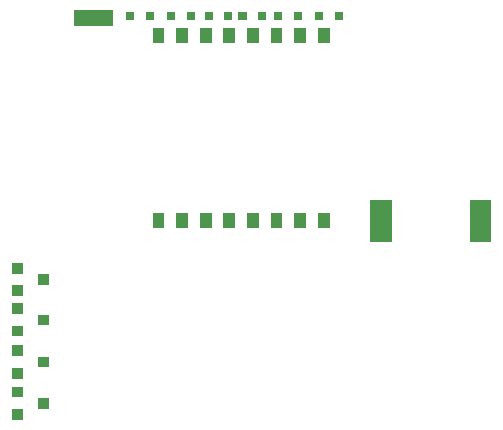
<source format=gbr>
%FSLAX32Y32*%
%MOMM*%
%LNSMD_Maske2*%
G71*
G01*
%LPD*%
G36*
X6263Y5606D02*
X6363Y5606D01*
X6363Y5476D01*
X6263Y5476D01*
X6263Y5606D01*
G37*
G36*
X6063Y5606D02*
X6163Y5606D01*
X6163Y5476D01*
X6063Y5476D01*
X6063Y5606D01*
G37*
G36*
X5863Y5606D02*
X5963Y5606D01*
X5963Y5476D01*
X5863Y5476D01*
X5863Y5606D01*
G37*
G36*
X5663Y5606D02*
X5763Y5606D01*
X5763Y5476D01*
X5663Y5476D01*
X5663Y5606D01*
G37*
G36*
X5463Y5606D02*
X5563Y5606D01*
X5563Y5476D01*
X5463Y5476D01*
X5463Y5606D01*
G37*
G36*
X5263Y5606D02*
X5363Y5606D01*
X5363Y5476D01*
X5263Y5476D01*
X5263Y5606D01*
G37*
G36*
X5063Y5606D02*
X5163Y5606D01*
X5163Y5476D01*
X5063Y5476D01*
X5063Y5606D01*
G37*
G36*
X4863Y5606D02*
X4963Y5606D01*
X4963Y5476D01*
X4863Y5476D01*
X4863Y5606D01*
G37*
G36*
X6263Y7169D02*
X6363Y7169D01*
X6363Y7039D01*
X6263Y7039D01*
X6263Y7169D01*
G37*
G36*
X6063Y7169D02*
X6163Y7169D01*
X6163Y7039D01*
X6063Y7039D01*
X6063Y7169D01*
G37*
G36*
X5863Y7169D02*
X5963Y7169D01*
X5963Y7039D01*
X5863Y7039D01*
X5863Y7169D01*
G37*
G36*
X5663Y7169D02*
X5763Y7169D01*
X5763Y7039D01*
X5663Y7039D01*
X5663Y7169D01*
G37*
G36*
X5463Y7169D02*
X5563Y7169D01*
X5563Y7039D01*
X5463Y7039D01*
X5463Y7169D01*
G37*
G36*
X5263Y7169D02*
X5363Y7169D01*
X5363Y7039D01*
X5263Y7039D01*
X5263Y7169D01*
G37*
G36*
X5063Y7169D02*
X5163Y7169D01*
X5163Y7039D01*
X5063Y7039D01*
X5063Y7169D01*
G37*
G36*
X4863Y7169D02*
X4963Y7169D01*
X4963Y7039D01*
X4863Y7039D01*
X4863Y7169D01*
G37*
G36*
X6477Y7236D02*
X6407Y7236D01*
X6407Y7306D01*
X6477Y7306D01*
X6477Y7236D01*
G37*
G36*
X6310Y7235D02*
X6240Y7235D01*
X6240Y7305D01*
X6310Y7305D01*
X6310Y7235D01*
G37*
G36*
X4874Y7236D02*
X4804Y7236D01*
X4804Y7306D01*
X4874Y7306D01*
X4874Y7236D01*
G37*
G36*
X4707Y7235D02*
X4637Y7235D01*
X4637Y7305D01*
X4707Y7305D01*
X4707Y7235D01*
G37*
G36*
X5826Y7236D02*
X5756Y7236D01*
X5756Y7306D01*
X5826Y7306D01*
X5826Y7236D01*
G37*
G36*
X5659Y7235D02*
X5589Y7235D01*
X5589Y7305D01*
X5659Y7305D01*
X5659Y7235D01*
G37*
G36*
X5540Y7236D02*
X5470Y7236D01*
X5470Y7306D01*
X5540Y7306D01*
X5540Y7236D01*
G37*
G36*
X5373Y7235D02*
X5303Y7235D01*
X5303Y7305D01*
X5373Y7305D01*
X5373Y7235D01*
G37*
G36*
X5223Y7236D02*
X5153Y7236D01*
X5153Y7306D01*
X5223Y7306D01*
X5223Y7236D01*
G37*
G36*
X5056Y7235D02*
X4986Y7235D01*
X4986Y7305D01*
X5056Y7305D01*
X5056Y7235D01*
G37*
G36*
X4530Y7319D02*
X4530Y7189D01*
X4200Y7189D01*
X4200Y7319D01*
X4530Y7319D01*
G37*
G36*
X6707Y5715D02*
X6887Y5715D01*
X6887Y5360D01*
X6707Y5360D01*
X6707Y5715D01*
G37*
G36*
X7548Y5714D02*
X7728Y5714D01*
X7728Y5359D01*
X7548Y5359D01*
X7548Y5714D01*
G37*
G36*
X6128Y7236D02*
X6058Y7236D01*
X6058Y7306D01*
X6128Y7306D01*
X6128Y7236D01*
G37*
G36*
X5961Y7235D02*
X5891Y7235D01*
X5891Y7305D01*
X5961Y7305D01*
X5961Y7235D01*
G37*
G36*
X3763Y4133D02*
X3763Y4043D01*
X3673Y4043D01*
X3673Y4133D01*
X3763Y4133D01*
G37*
G36*
X3763Y3943D02*
X3763Y3853D01*
X3673Y3853D01*
X3673Y3943D01*
X3763Y3943D01*
G37*
G36*
X3985Y4038D02*
X3985Y3948D01*
X3895Y3948D01*
X3895Y4038D01*
X3985Y4038D01*
G37*
G36*
X3763Y4482D02*
X3763Y4392D01*
X3673Y4392D01*
X3673Y4482D01*
X3763Y4482D01*
G37*
G36*
X3763Y4292D02*
X3763Y4202D01*
X3673Y4202D01*
X3673Y4292D01*
X3763Y4292D01*
G37*
G36*
X3985Y4387D02*
X3985Y4297D01*
X3895Y4297D01*
X3895Y4387D01*
X3985Y4387D01*
G37*
G36*
X3763Y4839D02*
X3763Y4749D01*
X3673Y4749D01*
X3673Y4839D01*
X3763Y4839D01*
G37*
G36*
X3763Y4649D02*
X3763Y4559D01*
X3673Y4559D01*
X3673Y4649D01*
X3763Y4649D01*
G37*
G36*
X3985Y4744D02*
X3985Y4654D01*
X3895Y4654D01*
X3895Y4744D01*
X3985Y4744D01*
G37*
G36*
X3763Y5181D02*
X3763Y5091D01*
X3673Y5091D01*
X3673Y5181D01*
X3763Y5181D01*
G37*
G36*
X3763Y4990D02*
X3763Y4900D01*
X3673Y4900D01*
X3673Y4990D01*
X3763Y4990D01*
G37*
G36*
X3985Y5086D02*
X3985Y4996D01*
X3895Y4996D01*
X3895Y5085D01*
X3985Y5086D01*
G37*
M02*

</source>
